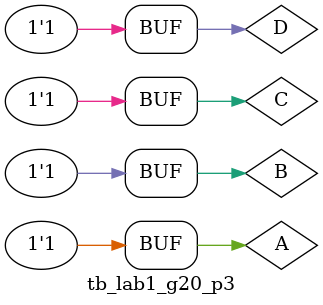
<source format=sv>
`timescale 1ns/1ps

module tb_lab1_g20_p3();
 
    logic A,B,C,D;
    logic a,b,c,d,e,f,g;

    lab1_g20_p3 dut0(A,B,C,D,a,b,c,d,e,f,g);

    initial begin
    
    A=0; B=1; C=0; D=0; #10;    // for E
	if(a==0 && b==1 && c==1 && d==0 && e==0 && f==0 && g==0) $display("character E successful");
    A=1; B=1; C=0; D=0; #10;    // for L
	if(a==1 && b==1 && c==1 && d==0 && e==0 && f==0 && g==1) $display("character L successful");
    A=1; B=1; C=1; D=0; #10;    // for C
	if(a==0 && b==1 && c==1 && d==0 && e==0 && f==0 && g==1) $display("character C successful");
    A=1; B=0; C=0; D=1; #10;    // for 2
	if(a==0 && b==0 && c==1 && d==0 && e==0 && f==1 && g==0) $display("number 2 successful");
    A=1; B=1; C=0; D=1; #10;    // for 3
	if(a==0 && b==0 && c==0 && d==0 && e==1 && f==1 && g==0) $display("3 successful");
    A=1; B=1; C=1; D=1; #10;    // for 5
	if(a==0 && b==1 && c==0 && d==0 && e==1 && f==0 && g==0) $display("number 5 successful");
    
    end
endmodule
</source>
